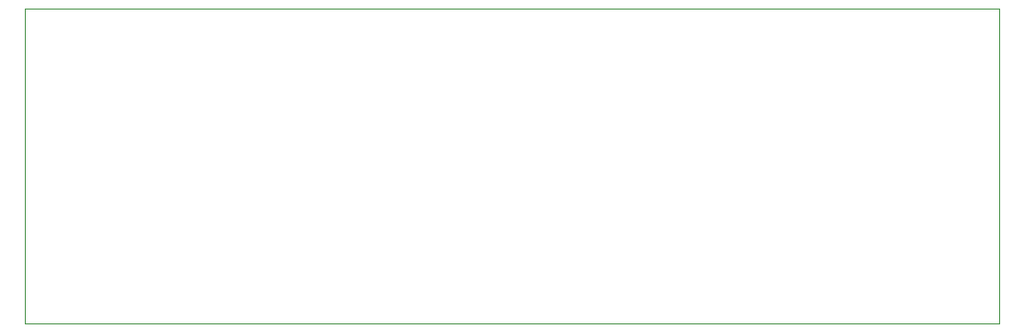
<source format=gbr>
%TF.GenerationSoftware,KiCad,Pcbnew,7.0.10*%
%TF.CreationDate,2024-01-17T15:28:00-05:00*%
%TF.ProjectId,ESP32-SD,45535033-322d-4534-942e-6b696361645f,1*%
%TF.SameCoordinates,Original*%
%TF.FileFunction,Profile,NP*%
%FSLAX46Y46*%
G04 Gerber Fmt 4.6, Leading zero omitted, Abs format (unit mm)*
G04 Created by KiCad (PCBNEW 7.0.10) date 2024-01-17 15:28:00*
%MOMM*%
%LPD*%
G01*
G04 APERTURE LIST*
%TA.AperFunction,Profile*%
%ADD10C,0.100000*%
%TD*%
G04 APERTURE END LIST*
D10*
X180340000Y-86360000D02*
X93980000Y-86360000D01*
X180340000Y-114300000D02*
X180340000Y-86360000D01*
X93980000Y-114300000D02*
X180340000Y-114300000D01*
X93980000Y-86360000D02*
X93980000Y-114300000D01*
M02*

</source>
